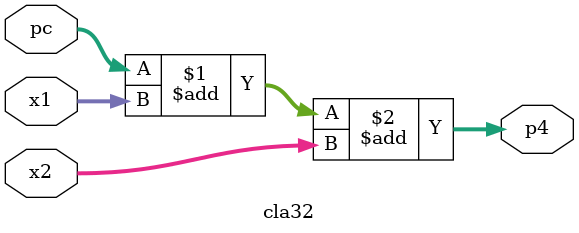
<source format=v>
module cla32 (pc,x1,x2,p4);
   input [31:0] pc;
   input [31:0] x1,x2;
   
   output [31:0] p4;
   
   assign p4 = pc + x1+x2;//32'b4;   
   //assign adr = p4 + x2;//offset;
   
endmodule 

//cla32 pcplus4 (pc,32��h4, 1��b0,p4);
//cla32 br_adr (p4,offset,1��b0,adr);
</source>
